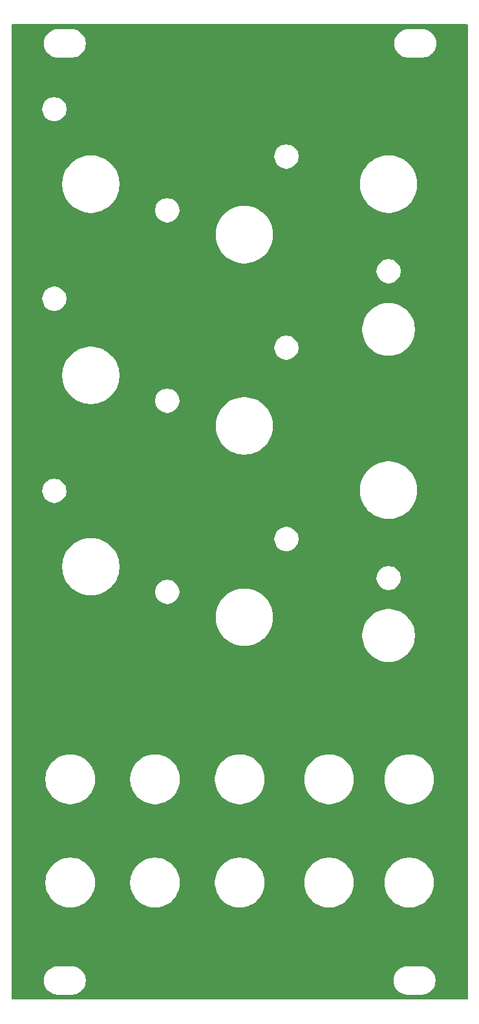
<source format=gbr>
%TF.GenerationSoftware,KiCad,Pcbnew,8.0.3*%
%TF.CreationDate,2024-06-18T16:49:18+01:00*%
%TF.ProjectId,Sinosaur_Panel,53696e6f-7361-4757-925f-50616e656c2e,rev?*%
%TF.SameCoordinates,Original*%
%TF.FileFunction,Copper,L1,Top*%
%TF.FilePolarity,Positive*%
%FSLAX46Y46*%
G04 Gerber Fmt 4.6, Leading zero omitted, Abs format (unit mm)*
G04 Created by KiCad (PCBNEW 8.0.3) date 2024-06-18 16:49:18*
%MOMM*%
%LPD*%
G01*
G04 APERTURE LIST*
G04 APERTURE END LIST*
%TA.AperFunction,NonConductor*%
G36*
X159841621Y-41320502D02*
G01*
X159888114Y-41374158D01*
X159899500Y-41426500D01*
X159899500Y-168673500D01*
X159879498Y-168741621D01*
X159825842Y-168788114D01*
X159773500Y-168799500D01*
X100226500Y-168799500D01*
X100158379Y-168779498D01*
X100111886Y-168725842D01*
X100100500Y-168673500D01*
X100100500Y-166178709D01*
X104349500Y-166178709D01*
X104349500Y-166421290D01*
X104381160Y-166661782D01*
X104443944Y-166896095D01*
X104443945Y-166896097D01*
X104443946Y-166896100D01*
X104536776Y-167120212D01*
X104536777Y-167120213D01*
X104536782Y-167120224D01*
X104658061Y-167330285D01*
X104658063Y-167330288D01*
X104658064Y-167330289D01*
X104805735Y-167522738D01*
X104805739Y-167522742D01*
X104805744Y-167522748D01*
X104977251Y-167694255D01*
X104977256Y-167694259D01*
X104977262Y-167694265D01*
X105169711Y-167841936D01*
X105169714Y-167841938D01*
X105379775Y-167963217D01*
X105379779Y-167963218D01*
X105379788Y-167963224D01*
X105603900Y-168056054D01*
X105838211Y-168118838D01*
X105838215Y-168118838D01*
X105838217Y-168118839D01*
X105900202Y-168126999D01*
X106078712Y-168150500D01*
X106078719Y-168150500D01*
X108121281Y-168150500D01*
X108121288Y-168150500D01*
X108338637Y-168121885D01*
X108361782Y-168118839D01*
X108361782Y-168118838D01*
X108361789Y-168118838D01*
X108596100Y-168056054D01*
X108820212Y-167963224D01*
X109030289Y-167841936D01*
X109222738Y-167694265D01*
X109394265Y-167522738D01*
X109541936Y-167330289D01*
X109663224Y-167120212D01*
X109756054Y-166896100D01*
X109818838Y-166661789D01*
X109850500Y-166421288D01*
X109850500Y-166178712D01*
X109850500Y-166178709D01*
X150149500Y-166178709D01*
X150149500Y-166421290D01*
X150181160Y-166661782D01*
X150243944Y-166896095D01*
X150243945Y-166896097D01*
X150243946Y-166896100D01*
X150336776Y-167120212D01*
X150336777Y-167120213D01*
X150336782Y-167120224D01*
X150458061Y-167330285D01*
X150458063Y-167330288D01*
X150458064Y-167330289D01*
X150605735Y-167522738D01*
X150605739Y-167522742D01*
X150605744Y-167522748D01*
X150777251Y-167694255D01*
X150777256Y-167694259D01*
X150777262Y-167694265D01*
X150969711Y-167841936D01*
X150969714Y-167841938D01*
X151179775Y-167963217D01*
X151179779Y-167963218D01*
X151179788Y-167963224D01*
X151403900Y-168056054D01*
X151638211Y-168118838D01*
X151638215Y-168118838D01*
X151638217Y-168118839D01*
X151700202Y-168126999D01*
X151878712Y-168150500D01*
X151878719Y-168150500D01*
X153921281Y-168150500D01*
X153921288Y-168150500D01*
X154138637Y-168121885D01*
X154161782Y-168118839D01*
X154161782Y-168118838D01*
X154161789Y-168118838D01*
X154396100Y-168056054D01*
X154620212Y-167963224D01*
X154830289Y-167841936D01*
X155022738Y-167694265D01*
X155194265Y-167522738D01*
X155341936Y-167330289D01*
X155463224Y-167120212D01*
X155556054Y-166896100D01*
X155618838Y-166661789D01*
X155650500Y-166421288D01*
X155650500Y-166178712D01*
X155618838Y-165938211D01*
X155556054Y-165703900D01*
X155463224Y-165479788D01*
X155463218Y-165479779D01*
X155463217Y-165479775D01*
X155341938Y-165269714D01*
X155341936Y-165269711D01*
X155194265Y-165077262D01*
X155194259Y-165077256D01*
X155194255Y-165077251D01*
X155022748Y-164905744D01*
X155022742Y-164905739D01*
X155022738Y-164905735D01*
X154830289Y-164758064D01*
X154830288Y-164758063D01*
X154830285Y-164758061D01*
X154620224Y-164636782D01*
X154620216Y-164636778D01*
X154620212Y-164636776D01*
X154396100Y-164543946D01*
X154396097Y-164543945D01*
X154396095Y-164543944D01*
X154161782Y-164481160D01*
X153921290Y-164449500D01*
X153921288Y-164449500D01*
X151878712Y-164449500D01*
X151878709Y-164449500D01*
X151638217Y-164481160D01*
X151403904Y-164543944D01*
X151403900Y-164543946D01*
X151179786Y-164636777D01*
X151179775Y-164636782D01*
X150969714Y-164758061D01*
X150777262Y-164905735D01*
X150777251Y-164905744D01*
X150605744Y-165077251D01*
X150605735Y-165077262D01*
X150458061Y-165269714D01*
X150336782Y-165479775D01*
X150336777Y-165479786D01*
X150243946Y-165703900D01*
X150243944Y-165703904D01*
X150181160Y-165938217D01*
X150149500Y-166178709D01*
X109850500Y-166178709D01*
X109818838Y-165938211D01*
X109756054Y-165703900D01*
X109663224Y-165479788D01*
X109663218Y-165479779D01*
X109663217Y-165479775D01*
X109541938Y-165269714D01*
X109541936Y-165269711D01*
X109394265Y-165077262D01*
X109394259Y-165077256D01*
X109394255Y-165077251D01*
X109222748Y-164905744D01*
X109222742Y-164905739D01*
X109222738Y-164905735D01*
X109030289Y-164758064D01*
X109030288Y-164758063D01*
X109030285Y-164758061D01*
X108820224Y-164636782D01*
X108820216Y-164636778D01*
X108820212Y-164636776D01*
X108596100Y-164543946D01*
X108596097Y-164543945D01*
X108596095Y-164543944D01*
X108361782Y-164481160D01*
X108121290Y-164449500D01*
X108121288Y-164449500D01*
X106078712Y-164449500D01*
X106078709Y-164449500D01*
X105838217Y-164481160D01*
X105603904Y-164543944D01*
X105603900Y-164543946D01*
X105379786Y-164636777D01*
X105379775Y-164636782D01*
X105169714Y-164758061D01*
X104977262Y-164905735D01*
X104977251Y-164905744D01*
X104805744Y-165077251D01*
X104805735Y-165077262D01*
X104658061Y-165269714D01*
X104536782Y-165479775D01*
X104536777Y-165479786D01*
X104443946Y-165703900D01*
X104443944Y-165703904D01*
X104381160Y-165938217D01*
X104349500Y-166178709D01*
X100100500Y-166178709D01*
X100100500Y-153340306D01*
X104549500Y-153340306D01*
X104549500Y-153659693D01*
X104580802Y-153977508D01*
X104580804Y-153977523D01*
X104643111Y-154290760D01*
X104735820Y-154596381D01*
X104735821Y-154596385D01*
X104858039Y-154891444D01*
X105008592Y-155173108D01*
X105186020Y-155438649D01*
X105186031Y-155438664D01*
X105388628Y-155685528D01*
X105388646Y-155685548D01*
X105614451Y-155911353D01*
X105614461Y-155911362D01*
X105614465Y-155911366D01*
X105861344Y-156113975D01*
X106126894Y-156291409D01*
X106408556Y-156441961D01*
X106703619Y-156564180D01*
X107009240Y-156656889D01*
X107322477Y-156719196D01*
X107640313Y-156750500D01*
X107640322Y-156750500D01*
X107959678Y-156750500D01*
X107959687Y-156750500D01*
X108277523Y-156719196D01*
X108590760Y-156656889D01*
X108896381Y-156564180D01*
X109191444Y-156441961D01*
X109473106Y-156291409D01*
X109738656Y-156113975D01*
X109985535Y-155911366D01*
X110211366Y-155685535D01*
X110413975Y-155438656D01*
X110591409Y-155173106D01*
X110741961Y-154891444D01*
X110864180Y-154596381D01*
X110956889Y-154290760D01*
X111019196Y-153977523D01*
X111050500Y-153659687D01*
X111050500Y-153340313D01*
X111050499Y-153340306D01*
X115649500Y-153340306D01*
X115649500Y-153659693D01*
X115680802Y-153977508D01*
X115680804Y-153977523D01*
X115743111Y-154290760D01*
X115835820Y-154596381D01*
X115835821Y-154596385D01*
X115958039Y-154891444D01*
X116108592Y-155173108D01*
X116286020Y-155438649D01*
X116286031Y-155438664D01*
X116488628Y-155685528D01*
X116488646Y-155685548D01*
X116714451Y-155911353D01*
X116714461Y-155911362D01*
X116714465Y-155911366D01*
X116961344Y-156113975D01*
X117226894Y-156291409D01*
X117508556Y-156441961D01*
X117803619Y-156564180D01*
X118109240Y-156656889D01*
X118422477Y-156719196D01*
X118740313Y-156750500D01*
X118740322Y-156750500D01*
X119059678Y-156750500D01*
X119059687Y-156750500D01*
X119377523Y-156719196D01*
X119690760Y-156656889D01*
X119996381Y-156564180D01*
X120291444Y-156441961D01*
X120573106Y-156291409D01*
X120838656Y-156113975D01*
X121085535Y-155911366D01*
X121311366Y-155685535D01*
X121513975Y-155438656D01*
X121691409Y-155173106D01*
X121841961Y-154891444D01*
X121964180Y-154596381D01*
X122056889Y-154290760D01*
X122119196Y-153977523D01*
X122150500Y-153659687D01*
X122150500Y-153340313D01*
X122150499Y-153340306D01*
X126749500Y-153340306D01*
X126749500Y-153659693D01*
X126780802Y-153977508D01*
X126780804Y-153977523D01*
X126843111Y-154290760D01*
X126935820Y-154596381D01*
X126935821Y-154596385D01*
X127058039Y-154891444D01*
X127208592Y-155173108D01*
X127386020Y-155438649D01*
X127386031Y-155438664D01*
X127588628Y-155685528D01*
X127588646Y-155685548D01*
X127814451Y-155911353D01*
X127814461Y-155911362D01*
X127814465Y-155911366D01*
X128061344Y-156113975D01*
X128326894Y-156291409D01*
X128608556Y-156441961D01*
X128903619Y-156564180D01*
X129209240Y-156656889D01*
X129522477Y-156719196D01*
X129840313Y-156750500D01*
X129840322Y-156750500D01*
X130159678Y-156750500D01*
X130159687Y-156750500D01*
X130477523Y-156719196D01*
X130790760Y-156656889D01*
X131096381Y-156564180D01*
X131391444Y-156441961D01*
X131673106Y-156291409D01*
X131938656Y-156113975D01*
X132185535Y-155911366D01*
X132411366Y-155685535D01*
X132613975Y-155438656D01*
X132791409Y-155173106D01*
X132941961Y-154891444D01*
X133064180Y-154596381D01*
X133156889Y-154290760D01*
X133219196Y-153977523D01*
X133250500Y-153659687D01*
X133250500Y-153340313D01*
X133250499Y-153340306D01*
X138449500Y-153340306D01*
X138449500Y-153659693D01*
X138480802Y-153977508D01*
X138480804Y-153977523D01*
X138543111Y-154290760D01*
X138635820Y-154596381D01*
X138635821Y-154596385D01*
X138758039Y-154891444D01*
X138908592Y-155173108D01*
X139086020Y-155438649D01*
X139086031Y-155438664D01*
X139288628Y-155685528D01*
X139288646Y-155685548D01*
X139514451Y-155911353D01*
X139514461Y-155911362D01*
X139514465Y-155911366D01*
X139761344Y-156113975D01*
X140026894Y-156291409D01*
X140308556Y-156441961D01*
X140603619Y-156564180D01*
X140909240Y-156656889D01*
X141222477Y-156719196D01*
X141540313Y-156750500D01*
X141540322Y-156750500D01*
X141859678Y-156750500D01*
X141859687Y-156750500D01*
X142177523Y-156719196D01*
X142490760Y-156656889D01*
X142796381Y-156564180D01*
X143091444Y-156441961D01*
X143373106Y-156291409D01*
X143638656Y-156113975D01*
X143885535Y-155911366D01*
X144111366Y-155685535D01*
X144313975Y-155438656D01*
X144491409Y-155173106D01*
X144641961Y-154891444D01*
X144764180Y-154596381D01*
X144856889Y-154290760D01*
X144919196Y-153977523D01*
X144950500Y-153659687D01*
X144950500Y-153340313D01*
X144950499Y-153340306D01*
X148949500Y-153340306D01*
X148949500Y-153659693D01*
X148980802Y-153977508D01*
X148980804Y-153977523D01*
X149043111Y-154290760D01*
X149135820Y-154596381D01*
X149135821Y-154596385D01*
X149258039Y-154891444D01*
X149408592Y-155173108D01*
X149586020Y-155438649D01*
X149586031Y-155438664D01*
X149788628Y-155685528D01*
X149788646Y-155685548D01*
X150014451Y-155911353D01*
X150014461Y-155911362D01*
X150014465Y-155911366D01*
X150261344Y-156113975D01*
X150526894Y-156291409D01*
X150808556Y-156441961D01*
X151103619Y-156564180D01*
X151409240Y-156656889D01*
X151722477Y-156719196D01*
X152040313Y-156750500D01*
X152040322Y-156750500D01*
X152359678Y-156750500D01*
X152359687Y-156750500D01*
X152677523Y-156719196D01*
X152990760Y-156656889D01*
X153296381Y-156564180D01*
X153591444Y-156441961D01*
X153873106Y-156291409D01*
X154138656Y-156113975D01*
X154385535Y-155911366D01*
X154611366Y-155685535D01*
X154813975Y-155438656D01*
X154991409Y-155173106D01*
X155141961Y-154891444D01*
X155264180Y-154596381D01*
X155356889Y-154290760D01*
X155419196Y-153977523D01*
X155450500Y-153659687D01*
X155450500Y-153340313D01*
X155419196Y-153022477D01*
X155356889Y-152709240D01*
X155264180Y-152403619D01*
X155141961Y-152108556D01*
X154991409Y-151826894D01*
X154813975Y-151561344D01*
X154611366Y-151314465D01*
X154611362Y-151314461D01*
X154611353Y-151314451D01*
X154385548Y-151088646D01*
X154385528Y-151088628D01*
X154138664Y-150886031D01*
X154138649Y-150886020D01*
X153873108Y-150708592D01*
X153591444Y-150558039D01*
X153296385Y-150435821D01*
X153296381Y-150435820D01*
X152990760Y-150343111D01*
X152781935Y-150301573D01*
X152677524Y-150280804D01*
X152677508Y-150280802D01*
X152359693Y-150249500D01*
X152359687Y-150249500D01*
X152040313Y-150249500D01*
X152040306Y-150249500D01*
X151722491Y-150280802D01*
X151722475Y-150280804D01*
X151513652Y-150322342D01*
X151409240Y-150343111D01*
X151256429Y-150389465D01*
X151103618Y-150435820D01*
X151103614Y-150435821D01*
X150808555Y-150558039D01*
X150526891Y-150708592D01*
X150261350Y-150886020D01*
X150261335Y-150886031D01*
X150014471Y-151088628D01*
X150014451Y-151088646D01*
X149788646Y-151314451D01*
X149788628Y-151314471D01*
X149586031Y-151561335D01*
X149586020Y-151561350D01*
X149408592Y-151826891D01*
X149258039Y-152108555D01*
X149135821Y-152403614D01*
X149135820Y-152403618D01*
X149043111Y-152709241D01*
X148980804Y-153022475D01*
X148980802Y-153022491D01*
X148949500Y-153340306D01*
X144950499Y-153340306D01*
X144919196Y-153022477D01*
X144856889Y-152709240D01*
X144764180Y-152403619D01*
X144641961Y-152108556D01*
X144491409Y-151826894D01*
X144313975Y-151561344D01*
X144111366Y-151314465D01*
X144111362Y-151314461D01*
X144111353Y-151314451D01*
X143885548Y-151088646D01*
X143885528Y-151088628D01*
X143638664Y-150886031D01*
X143638649Y-150886020D01*
X143373108Y-150708592D01*
X143091444Y-150558039D01*
X142796385Y-150435821D01*
X142796381Y-150435820D01*
X142490760Y-150343111D01*
X142281935Y-150301573D01*
X142177524Y-150280804D01*
X142177508Y-150280802D01*
X141859693Y-150249500D01*
X141859687Y-150249500D01*
X141540313Y-150249500D01*
X141540306Y-150249500D01*
X141222491Y-150280802D01*
X141222475Y-150280804D01*
X141013652Y-150322342D01*
X140909240Y-150343111D01*
X140756429Y-150389465D01*
X140603618Y-150435820D01*
X140603614Y-150435821D01*
X140308555Y-150558039D01*
X140026891Y-150708592D01*
X139761350Y-150886020D01*
X139761335Y-150886031D01*
X139514471Y-151088628D01*
X139514451Y-151088646D01*
X139288646Y-151314451D01*
X139288628Y-151314471D01*
X139086031Y-151561335D01*
X139086020Y-151561350D01*
X138908592Y-151826891D01*
X138758039Y-152108555D01*
X138635821Y-152403614D01*
X138635820Y-152403618D01*
X138543111Y-152709241D01*
X138480804Y-153022475D01*
X138480802Y-153022491D01*
X138449500Y-153340306D01*
X133250499Y-153340306D01*
X133219196Y-153022477D01*
X133156889Y-152709240D01*
X133064180Y-152403619D01*
X132941961Y-152108556D01*
X132791409Y-151826894D01*
X132613975Y-151561344D01*
X132411366Y-151314465D01*
X132411362Y-151314461D01*
X132411353Y-151314451D01*
X132185548Y-151088646D01*
X132185528Y-151088628D01*
X131938664Y-150886031D01*
X131938649Y-150886020D01*
X131673108Y-150708592D01*
X131391444Y-150558039D01*
X131096385Y-150435821D01*
X131096381Y-150435820D01*
X130790760Y-150343111D01*
X130581935Y-150301573D01*
X130477524Y-150280804D01*
X130477508Y-150280802D01*
X130159693Y-150249500D01*
X130159687Y-150249500D01*
X129840313Y-150249500D01*
X129840306Y-150249500D01*
X129522491Y-150280802D01*
X129522475Y-150280804D01*
X129313652Y-150322342D01*
X129209240Y-150343111D01*
X129056429Y-150389465D01*
X128903618Y-150435820D01*
X128903614Y-150435821D01*
X128608555Y-150558039D01*
X128326891Y-150708592D01*
X128061350Y-150886020D01*
X128061335Y-150886031D01*
X127814471Y-151088628D01*
X127814451Y-151088646D01*
X127588646Y-151314451D01*
X127588628Y-151314471D01*
X127386031Y-151561335D01*
X127386020Y-151561350D01*
X127208592Y-151826891D01*
X127058039Y-152108555D01*
X126935821Y-152403614D01*
X126935820Y-152403618D01*
X126843111Y-152709241D01*
X126780804Y-153022475D01*
X126780802Y-153022491D01*
X126749500Y-153340306D01*
X122150499Y-153340306D01*
X122119196Y-153022477D01*
X122056889Y-152709240D01*
X121964180Y-152403619D01*
X121841961Y-152108556D01*
X121691409Y-151826894D01*
X121513975Y-151561344D01*
X121311366Y-151314465D01*
X121311362Y-151314461D01*
X121311353Y-151314451D01*
X121085548Y-151088646D01*
X121085528Y-151088628D01*
X120838664Y-150886031D01*
X120838649Y-150886020D01*
X120573108Y-150708592D01*
X120291444Y-150558039D01*
X119996385Y-150435821D01*
X119996381Y-150435820D01*
X119690760Y-150343111D01*
X119481935Y-150301573D01*
X119377524Y-150280804D01*
X119377508Y-150280802D01*
X119059693Y-150249500D01*
X119059687Y-150249500D01*
X118740313Y-150249500D01*
X118740306Y-150249500D01*
X118422491Y-150280802D01*
X118422475Y-150280804D01*
X118213652Y-150322342D01*
X118109240Y-150343111D01*
X117956429Y-150389465D01*
X117803618Y-150435820D01*
X117803614Y-150435821D01*
X117508555Y-150558039D01*
X117226891Y-150708592D01*
X116961350Y-150886020D01*
X116961335Y-150886031D01*
X116714471Y-151088628D01*
X116714451Y-151088646D01*
X116488646Y-151314451D01*
X116488628Y-151314471D01*
X116286031Y-151561335D01*
X116286020Y-151561350D01*
X116108592Y-151826891D01*
X115958039Y-152108555D01*
X115835821Y-152403614D01*
X115835820Y-152403618D01*
X115743111Y-152709241D01*
X115680804Y-153022475D01*
X115680802Y-153022491D01*
X115649500Y-153340306D01*
X111050499Y-153340306D01*
X111019196Y-153022477D01*
X110956889Y-152709240D01*
X110864180Y-152403619D01*
X110741961Y-152108556D01*
X110591409Y-151826894D01*
X110413975Y-151561344D01*
X110211366Y-151314465D01*
X110211362Y-151314461D01*
X110211353Y-151314451D01*
X109985548Y-151088646D01*
X109985528Y-151088628D01*
X109738664Y-150886031D01*
X109738649Y-150886020D01*
X109473108Y-150708592D01*
X109191444Y-150558039D01*
X108896385Y-150435821D01*
X108896381Y-150435820D01*
X108590760Y-150343111D01*
X108381935Y-150301573D01*
X108277524Y-150280804D01*
X108277508Y-150280802D01*
X107959693Y-150249500D01*
X107959687Y-150249500D01*
X107640313Y-150249500D01*
X107640306Y-150249500D01*
X107322491Y-150280802D01*
X107322475Y-150280804D01*
X107113652Y-150322342D01*
X107009240Y-150343111D01*
X106856429Y-150389465D01*
X106703618Y-150435820D01*
X106703614Y-150435821D01*
X106408555Y-150558039D01*
X106126891Y-150708592D01*
X105861350Y-150886020D01*
X105861335Y-150886031D01*
X105614471Y-151088628D01*
X105614451Y-151088646D01*
X105388646Y-151314451D01*
X105388628Y-151314471D01*
X105186031Y-151561335D01*
X105186020Y-151561350D01*
X105008592Y-151826891D01*
X104858039Y-152108555D01*
X104735821Y-152403614D01*
X104735820Y-152403618D01*
X104643111Y-152709241D01*
X104580804Y-153022475D01*
X104580802Y-153022491D01*
X104549500Y-153340306D01*
X100100500Y-153340306D01*
X100100500Y-139840306D01*
X104549500Y-139840306D01*
X104549500Y-140159693D01*
X104580802Y-140477508D01*
X104580804Y-140477523D01*
X104643111Y-140790760D01*
X104735820Y-141096381D01*
X104735821Y-141096385D01*
X104858039Y-141391444D01*
X105008592Y-141673108D01*
X105186020Y-141938649D01*
X105186031Y-141938664D01*
X105388628Y-142185528D01*
X105388646Y-142185548D01*
X105614451Y-142411353D01*
X105614461Y-142411362D01*
X105614465Y-142411366D01*
X105861344Y-142613975D01*
X106126894Y-142791409D01*
X106408556Y-142941961D01*
X106703619Y-143064180D01*
X107009240Y-143156889D01*
X107322477Y-143219196D01*
X107640313Y-143250500D01*
X107640322Y-143250500D01*
X107959678Y-143250500D01*
X107959687Y-143250500D01*
X108277523Y-143219196D01*
X108590760Y-143156889D01*
X108896381Y-143064180D01*
X109191444Y-142941961D01*
X109473106Y-142791409D01*
X109738656Y-142613975D01*
X109985535Y-142411366D01*
X110211366Y-142185535D01*
X110413975Y-141938656D01*
X110591409Y-141673106D01*
X110741961Y-141391444D01*
X110864180Y-141096381D01*
X110956889Y-140790760D01*
X111019196Y-140477523D01*
X111050500Y-140159687D01*
X111050500Y-139840313D01*
X111050499Y-139840306D01*
X115649500Y-139840306D01*
X115649500Y-140159693D01*
X115680802Y-140477508D01*
X115680804Y-140477523D01*
X115743111Y-140790760D01*
X115835820Y-141096381D01*
X115835821Y-141096385D01*
X115958039Y-141391444D01*
X116108592Y-141673108D01*
X116286020Y-141938649D01*
X116286031Y-141938664D01*
X116488628Y-142185528D01*
X116488646Y-142185548D01*
X116714451Y-142411353D01*
X116714461Y-142411362D01*
X116714465Y-142411366D01*
X116961344Y-142613975D01*
X117226894Y-142791409D01*
X117508556Y-142941961D01*
X117803619Y-143064180D01*
X118109240Y-143156889D01*
X118422477Y-143219196D01*
X118740313Y-143250500D01*
X118740322Y-143250500D01*
X119059678Y-143250500D01*
X119059687Y-143250500D01*
X119377523Y-143219196D01*
X119690760Y-143156889D01*
X119996381Y-143064180D01*
X120291444Y-142941961D01*
X120573106Y-142791409D01*
X120838656Y-142613975D01*
X121085535Y-142411366D01*
X121311366Y-142185535D01*
X121513975Y-141938656D01*
X121691409Y-141673106D01*
X121841961Y-141391444D01*
X121964180Y-141096381D01*
X122056889Y-140790760D01*
X122119196Y-140477523D01*
X122150500Y-140159687D01*
X122150500Y-139840313D01*
X122150499Y-139840306D01*
X126749500Y-139840306D01*
X126749500Y-140159693D01*
X126780802Y-140477508D01*
X126780804Y-140477523D01*
X126843111Y-140790760D01*
X126935820Y-141096381D01*
X126935821Y-141096385D01*
X127058039Y-141391444D01*
X127208592Y-141673108D01*
X127386020Y-141938649D01*
X127386031Y-141938664D01*
X127588628Y-142185528D01*
X127588646Y-142185548D01*
X127814451Y-142411353D01*
X127814461Y-142411362D01*
X127814465Y-142411366D01*
X128061344Y-142613975D01*
X128326894Y-142791409D01*
X128608556Y-142941961D01*
X128903619Y-143064180D01*
X129209240Y-143156889D01*
X129522477Y-143219196D01*
X129840313Y-143250500D01*
X129840322Y-143250500D01*
X130159678Y-143250500D01*
X130159687Y-143250500D01*
X130477523Y-143219196D01*
X130790760Y-143156889D01*
X131096381Y-143064180D01*
X131391444Y-142941961D01*
X131673106Y-142791409D01*
X131938656Y-142613975D01*
X132185535Y-142411366D01*
X132411366Y-142185535D01*
X132613975Y-141938656D01*
X132791409Y-141673106D01*
X132941961Y-141391444D01*
X133064180Y-141096381D01*
X133156889Y-140790760D01*
X133219196Y-140477523D01*
X133250500Y-140159687D01*
X133250500Y-139840313D01*
X133250499Y-139840306D01*
X138449500Y-139840306D01*
X138449500Y-140159693D01*
X138480802Y-140477508D01*
X138480804Y-140477523D01*
X138543111Y-140790760D01*
X138635820Y-141096381D01*
X138635821Y-141096385D01*
X138758039Y-141391444D01*
X138908592Y-141673108D01*
X139086020Y-141938649D01*
X139086031Y-141938664D01*
X139288628Y-142185528D01*
X139288646Y-142185548D01*
X139514451Y-142411353D01*
X139514461Y-142411362D01*
X139514465Y-142411366D01*
X139761344Y-142613975D01*
X140026894Y-142791409D01*
X140308556Y-142941961D01*
X140603619Y-143064180D01*
X140909240Y-143156889D01*
X141222477Y-143219196D01*
X141540313Y-143250500D01*
X141540322Y-143250500D01*
X141859678Y-143250500D01*
X141859687Y-143250500D01*
X142177523Y-143219196D01*
X142490760Y-143156889D01*
X142796381Y-143064180D01*
X143091444Y-142941961D01*
X143373106Y-142791409D01*
X143638656Y-142613975D01*
X143885535Y-142411366D01*
X144111366Y-142185535D01*
X144313975Y-141938656D01*
X144491409Y-141673106D01*
X144641961Y-141391444D01*
X144764180Y-141096381D01*
X144856889Y-140790760D01*
X144919196Y-140477523D01*
X144950500Y-140159687D01*
X144950500Y-139840313D01*
X144950499Y-139840306D01*
X148949500Y-139840306D01*
X148949500Y-140159693D01*
X148980802Y-140477508D01*
X148980804Y-140477523D01*
X149043111Y-140790760D01*
X149135820Y-141096381D01*
X149135821Y-141096385D01*
X149258039Y-141391444D01*
X149408592Y-141673108D01*
X149586020Y-141938649D01*
X149586031Y-141938664D01*
X149788628Y-142185528D01*
X149788646Y-142185548D01*
X150014451Y-142411353D01*
X150014461Y-142411362D01*
X150014465Y-142411366D01*
X150261344Y-142613975D01*
X150526894Y-142791409D01*
X150808556Y-142941961D01*
X151103619Y-143064180D01*
X151409240Y-143156889D01*
X151722477Y-143219196D01*
X152040313Y-143250500D01*
X152040322Y-143250500D01*
X152359678Y-143250500D01*
X152359687Y-143250500D01*
X152677523Y-143219196D01*
X152990760Y-143156889D01*
X153296381Y-143064180D01*
X153591444Y-142941961D01*
X153873106Y-142791409D01*
X154138656Y-142613975D01*
X154385535Y-142411366D01*
X154611366Y-142185535D01*
X154813975Y-141938656D01*
X154991409Y-141673106D01*
X155141961Y-141391444D01*
X155264180Y-141096381D01*
X155356889Y-140790760D01*
X155419196Y-140477523D01*
X155450500Y-140159687D01*
X155450500Y-139840313D01*
X155419196Y-139522477D01*
X155356889Y-139209240D01*
X155264180Y-138903619D01*
X155141961Y-138608556D01*
X154991409Y-138326894D01*
X154813975Y-138061344D01*
X154611366Y-137814465D01*
X154611362Y-137814461D01*
X154611353Y-137814451D01*
X154385548Y-137588646D01*
X154385528Y-137588628D01*
X154138664Y-137386031D01*
X154138649Y-137386020D01*
X153873108Y-137208592D01*
X153591444Y-137058039D01*
X153296385Y-136935821D01*
X153296381Y-136935820D01*
X152990760Y-136843111D01*
X152781935Y-136801573D01*
X152677524Y-136780804D01*
X152677508Y-136780802D01*
X152359693Y-136749500D01*
X152359687Y-136749500D01*
X152040313Y-136749500D01*
X152040306Y-136749500D01*
X151722491Y-136780802D01*
X151722475Y-136780804D01*
X151513652Y-136822342D01*
X151409240Y-136843111D01*
X151256429Y-136889465D01*
X151103618Y-136935820D01*
X151103614Y-136935821D01*
X150808555Y-137058039D01*
X150526891Y-137208592D01*
X150261350Y-137386020D01*
X150261335Y-137386031D01*
X150014471Y-137588628D01*
X150014451Y-137588646D01*
X149788646Y-137814451D01*
X149788628Y-137814471D01*
X149586031Y-138061335D01*
X149586020Y-138061350D01*
X149408592Y-138326891D01*
X149258039Y-138608555D01*
X149135821Y-138903614D01*
X149135820Y-138903618D01*
X149043111Y-139209241D01*
X148980804Y-139522475D01*
X148980802Y-139522491D01*
X148949500Y-139840306D01*
X144950499Y-139840306D01*
X144919196Y-139522477D01*
X144856889Y-139209240D01*
X144764180Y-138903619D01*
X144641961Y-138608556D01*
X144491409Y-138326894D01*
X144313975Y-138061344D01*
X144111366Y-137814465D01*
X144111362Y-137814461D01*
X144111353Y-137814451D01*
X143885548Y-137588646D01*
X143885528Y-137588628D01*
X143638664Y-137386031D01*
X143638649Y-137386020D01*
X143373108Y-137208592D01*
X143091444Y-137058039D01*
X142796385Y-136935821D01*
X142796381Y-136935820D01*
X142490760Y-136843111D01*
X142281935Y-136801573D01*
X142177524Y-136780804D01*
X142177508Y-136780802D01*
X141859693Y-136749500D01*
X141859687Y-136749500D01*
X141540313Y-136749500D01*
X141540306Y-136749500D01*
X141222491Y-136780802D01*
X141222475Y-136780804D01*
X141013652Y-136822342D01*
X140909240Y-136843111D01*
X140756429Y-136889465D01*
X140603618Y-136935820D01*
X140603614Y-136935821D01*
X140308555Y-137058039D01*
X140026891Y-137208592D01*
X139761350Y-137386020D01*
X139761335Y-137386031D01*
X139514471Y-137588628D01*
X139514451Y-137588646D01*
X139288646Y-137814451D01*
X139288628Y-137814471D01*
X139086031Y-138061335D01*
X139086020Y-138061350D01*
X138908592Y-138326891D01*
X138758039Y-138608555D01*
X138635821Y-138903614D01*
X138635820Y-138903618D01*
X138543111Y-139209241D01*
X138480804Y-139522475D01*
X138480802Y-139522491D01*
X138449500Y-139840306D01*
X133250499Y-139840306D01*
X133219196Y-139522477D01*
X133156889Y-139209240D01*
X133064180Y-138903619D01*
X132941961Y-138608556D01*
X132791409Y-138326894D01*
X132613975Y-138061344D01*
X132411366Y-137814465D01*
X132411362Y-137814461D01*
X132411353Y-137814451D01*
X132185548Y-137588646D01*
X132185528Y-137588628D01*
X131938664Y-137386031D01*
X131938649Y-137386020D01*
X131673108Y-137208592D01*
X131391444Y-137058039D01*
X131096385Y-136935821D01*
X131096381Y-136935820D01*
X130790760Y-136843111D01*
X130581935Y-136801573D01*
X130477524Y-136780804D01*
X130477508Y-136780802D01*
X130159693Y-136749500D01*
X130159687Y-136749500D01*
X129840313Y-136749500D01*
X129840306Y-136749500D01*
X129522491Y-136780802D01*
X129522475Y-136780804D01*
X129313652Y-136822342D01*
X129209240Y-136843111D01*
X129056429Y-136889465D01*
X128903618Y-136935820D01*
X128903614Y-136935821D01*
X128608555Y-137058039D01*
X128326891Y-137208592D01*
X128061350Y-137386020D01*
X128061335Y-137386031D01*
X127814471Y-137588628D01*
X127814451Y-137588646D01*
X127588646Y-137814451D01*
X127588628Y-137814471D01*
X127386031Y-138061335D01*
X127386020Y-138061350D01*
X127208592Y-138326891D01*
X127058039Y-138608555D01*
X126935821Y-138903614D01*
X126935820Y-138903618D01*
X126843111Y-139209241D01*
X126780804Y-139522475D01*
X126780802Y-139522491D01*
X126749500Y-139840306D01*
X122150499Y-139840306D01*
X122119196Y-139522477D01*
X122056889Y-139209240D01*
X121964180Y-138903619D01*
X121841961Y-138608556D01*
X121691409Y-138326894D01*
X121513975Y-138061344D01*
X121311366Y-137814465D01*
X121311362Y-137814461D01*
X121311353Y-137814451D01*
X121085548Y-137588646D01*
X121085528Y-137588628D01*
X120838664Y-137386031D01*
X120838649Y-137386020D01*
X120573108Y-137208592D01*
X120291444Y-137058039D01*
X119996385Y-136935821D01*
X119996381Y-136935820D01*
X119690760Y-136843111D01*
X119481935Y-136801573D01*
X119377524Y-136780804D01*
X119377508Y-136780802D01*
X119059693Y-136749500D01*
X119059687Y-136749500D01*
X118740313Y-136749500D01*
X118740306Y-136749500D01*
X118422491Y-136780802D01*
X118422475Y-136780804D01*
X118213652Y-136822342D01*
X118109240Y-136843111D01*
X117956429Y-136889465D01*
X117803618Y-136935820D01*
X117803614Y-136935821D01*
X117508555Y-137058039D01*
X117226891Y-137208592D01*
X116961350Y-137386020D01*
X116961335Y-137386031D01*
X116714471Y-137588628D01*
X116714451Y-137588646D01*
X116488646Y-137814451D01*
X116488628Y-137814471D01*
X116286031Y-138061335D01*
X116286020Y-138061350D01*
X116108592Y-138326891D01*
X115958039Y-138608555D01*
X115835821Y-138903614D01*
X115835820Y-138903618D01*
X115743111Y-139209241D01*
X115680804Y-139522475D01*
X115680802Y-139522491D01*
X115649500Y-139840306D01*
X111050499Y-139840306D01*
X111019196Y-139522477D01*
X110956889Y-139209240D01*
X110864180Y-138903619D01*
X110741961Y-138608556D01*
X110591409Y-138326894D01*
X110413975Y-138061344D01*
X110211366Y-137814465D01*
X110211362Y-137814461D01*
X110211353Y-137814451D01*
X109985548Y-137588646D01*
X109985528Y-137588628D01*
X109738664Y-137386031D01*
X109738649Y-137386020D01*
X109473108Y-137208592D01*
X109191444Y-137058039D01*
X108896385Y-136935821D01*
X108896381Y-136935820D01*
X108590760Y-136843111D01*
X108381935Y-136801573D01*
X108277524Y-136780804D01*
X108277508Y-136780802D01*
X107959693Y-136749500D01*
X107959687Y-136749500D01*
X107640313Y-136749500D01*
X107640306Y-136749500D01*
X107322491Y-136780802D01*
X107322475Y-136780804D01*
X107113652Y-136822342D01*
X107009240Y-136843111D01*
X106856429Y-136889465D01*
X106703618Y-136935820D01*
X106703614Y-136935821D01*
X106408555Y-137058039D01*
X106126891Y-137208592D01*
X105861350Y-137386020D01*
X105861335Y-137386031D01*
X105614471Y-137588628D01*
X105614451Y-137588646D01*
X105388646Y-137814451D01*
X105388628Y-137814471D01*
X105186031Y-138061335D01*
X105186020Y-138061350D01*
X105008592Y-138326891D01*
X104858039Y-138608555D01*
X104735821Y-138903614D01*
X104735820Y-138903618D01*
X104643111Y-139209241D01*
X104580804Y-139522475D01*
X104580802Y-139522491D01*
X104549500Y-139840306D01*
X100100500Y-139840306D01*
X100100500Y-118615743D01*
X126849500Y-118615743D01*
X126849500Y-118984256D01*
X126885617Y-119350961D01*
X126885620Y-119350981D01*
X126957506Y-119712382D01*
X127064480Y-120065029D01*
X127064481Y-120065033D01*
X127205499Y-120405479D01*
X127379210Y-120730470D01*
X127583932Y-121036858D01*
X127583943Y-121036873D01*
X127817705Y-121321712D01*
X127817723Y-121321732D01*
X128078267Y-121582276D01*
X128078287Y-121582294D01*
X128230124Y-121706904D01*
X128363135Y-121816063D01*
X128669532Y-122020791D01*
X128994521Y-122194501D01*
X129334971Y-122335520D01*
X129687604Y-122442490D01*
X129687613Y-122442491D01*
X129687617Y-122442493D01*
X129810230Y-122466881D01*
X130049024Y-122514381D01*
X130415750Y-122550500D01*
X130415759Y-122550500D01*
X130784241Y-122550500D01*
X130784250Y-122550500D01*
X131150976Y-122514381D01*
X131448660Y-122455167D01*
X131512382Y-122442493D01*
X131512384Y-122442492D01*
X131512396Y-122442490D01*
X131865029Y-122335520D01*
X132205479Y-122194501D01*
X132530468Y-122020791D01*
X132836865Y-121816063D01*
X133121719Y-121582289D01*
X133382289Y-121321719D01*
X133616063Y-121036865D01*
X133620329Y-121030481D01*
X146049500Y-121030481D01*
X146049500Y-121369518D01*
X146082728Y-121706889D01*
X146082730Y-121706905D01*
X146148871Y-122039414D01*
X146247282Y-122363835D01*
X146247285Y-122363844D01*
X146377023Y-122677058D01*
X146536839Y-122976053D01*
X146725185Y-123257932D01*
X146725196Y-123257947D01*
X146940259Y-123520003D01*
X146940277Y-123520022D01*
X147179977Y-123759722D01*
X147179996Y-123759740D01*
X147442052Y-123974803D01*
X147442061Y-123974810D01*
X147723949Y-124163162D01*
X148022942Y-124322977D01*
X148336160Y-124452716D01*
X148660586Y-124551129D01*
X148993096Y-124617270D01*
X149330488Y-124650500D01*
X149330497Y-124650500D01*
X149669503Y-124650500D01*
X149669512Y-124650500D01*
X150006904Y-124617270D01*
X150339414Y-124551129D01*
X150663840Y-124452716D01*
X150977058Y-124322977D01*
X151276051Y-124163162D01*
X151557939Y-123974810D01*
X151820009Y-123759735D01*
X152059735Y-123520009D01*
X152274810Y-123257939D01*
X152463162Y-122976051D01*
X152622977Y-122677058D01*
X152752716Y-122363840D01*
X152851129Y-122039414D01*
X152917270Y-121706904D01*
X152950500Y-121369512D01*
X152950500Y-121030488D01*
X152917270Y-120693096D01*
X152851129Y-120360586D01*
X152752716Y-120036160D01*
X152622977Y-119722942D01*
X152463162Y-119423949D01*
X152274810Y-119142061D01*
X152274803Y-119142052D01*
X152059740Y-118879996D01*
X152059722Y-118879977D01*
X151820022Y-118640277D01*
X151820003Y-118640259D01*
X151557947Y-118425196D01*
X151557932Y-118425185D01*
X151276053Y-118236839D01*
X150977058Y-118077023D01*
X150663844Y-117947285D01*
X150663835Y-117947282D01*
X150339414Y-117848871D01*
X150339415Y-117848871D01*
X150006905Y-117782730D01*
X150006889Y-117782728D01*
X149669518Y-117749500D01*
X149669512Y-117749500D01*
X149330488Y-117749500D01*
X149330481Y-117749500D01*
X148993110Y-117782728D01*
X148993094Y-117782730D01*
X148660585Y-117848871D01*
X148336164Y-117947282D01*
X148336155Y-117947285D01*
X148022941Y-118077023D01*
X147723946Y-118236839D01*
X147442067Y-118425185D01*
X147442052Y-118425196D01*
X147179996Y-118640259D01*
X147179977Y-118640277D01*
X146940277Y-118879977D01*
X146940259Y-118879996D01*
X146725196Y-119142052D01*
X146725185Y-119142067D01*
X146536839Y-119423946D01*
X146377023Y-119722941D01*
X146247285Y-120036155D01*
X146247282Y-120036164D01*
X146148871Y-120360585D01*
X146082730Y-120693094D01*
X146082728Y-120693110D01*
X146049500Y-121030481D01*
X133620329Y-121030481D01*
X133820791Y-120730468D01*
X133994501Y-120405479D01*
X134135520Y-120065029D01*
X134242490Y-119712396D01*
X134314381Y-119350976D01*
X134350500Y-118984250D01*
X134350500Y-118615750D01*
X134314381Y-118249024D01*
X134266881Y-118010230D01*
X134242493Y-117887617D01*
X134242491Y-117887613D01*
X134242490Y-117887604D01*
X134135520Y-117534971D01*
X133994501Y-117194521D01*
X133820791Y-116869532D01*
X133616063Y-116563135D01*
X133382289Y-116278281D01*
X133382285Y-116278277D01*
X133382276Y-116278267D01*
X133121732Y-116017723D01*
X133121712Y-116017705D01*
X132836873Y-115783943D01*
X132836858Y-115783932D01*
X132530470Y-115579210D01*
X132205479Y-115405499D01*
X131865033Y-115264481D01*
X131865029Y-115264480D01*
X131512396Y-115157510D01*
X131512393Y-115157509D01*
X131512382Y-115157506D01*
X131150981Y-115085620D01*
X131150976Y-115085619D01*
X131150971Y-115085618D01*
X131150961Y-115085617D01*
X130784256Y-115049500D01*
X130784250Y-115049500D01*
X130415750Y-115049500D01*
X130415743Y-115049500D01*
X130049038Y-115085617D01*
X130049025Y-115085618D01*
X130049024Y-115085619D01*
X130049021Y-115085619D01*
X130049018Y-115085620D01*
X129687617Y-115157506D01*
X129334970Y-115264480D01*
X129334966Y-115264481D01*
X128994520Y-115405499D01*
X128669529Y-115579210D01*
X128363141Y-115783932D01*
X128363126Y-115783943D01*
X128078287Y-116017705D01*
X128078267Y-116017723D01*
X127817723Y-116278267D01*
X127817705Y-116278287D01*
X127583943Y-116563126D01*
X127583932Y-116563141D01*
X127379210Y-116869529D01*
X127205499Y-117194520D01*
X127064481Y-117534966D01*
X127064480Y-117534970D01*
X126957506Y-117887617D01*
X126885620Y-118249018D01*
X126885617Y-118249038D01*
X126849500Y-118615743D01*
X100100500Y-118615743D01*
X100100500Y-112015743D01*
X106749500Y-112015743D01*
X106749500Y-112384256D01*
X106785617Y-112750961D01*
X106785620Y-112750981D01*
X106857506Y-113112382D01*
X106964480Y-113465029D01*
X106964481Y-113465033D01*
X107105499Y-113805479D01*
X107279210Y-114130470D01*
X107483932Y-114436858D01*
X107483943Y-114436873D01*
X107717705Y-114721712D01*
X107717723Y-114721732D01*
X107978267Y-114982276D01*
X107978287Y-114982294D01*
X108185779Y-115152579D01*
X108263135Y-115216063D01*
X108569532Y-115420791D01*
X108894521Y-115594501D01*
X109234971Y-115735520D01*
X109587604Y-115842490D01*
X109587613Y-115842491D01*
X109587617Y-115842493D01*
X109710230Y-115866881D01*
X109949024Y-115914381D01*
X110315750Y-115950500D01*
X110315759Y-115950500D01*
X110684241Y-115950500D01*
X110684250Y-115950500D01*
X111050976Y-115914381D01*
X111348660Y-115855167D01*
X111412382Y-115842493D01*
X111412384Y-115842492D01*
X111412396Y-115842490D01*
X111765029Y-115735520D01*
X112105479Y-115594501D01*
X112250921Y-115516761D01*
X118899999Y-115516761D01*
X119043025Y-116108490D01*
X119043025Y-116108491D01*
X119043026Y-116108492D01*
X119368617Y-116648145D01*
X119908933Y-116974421D01*
X120500000Y-117116762D01*
X121133527Y-116974406D01*
X121632199Y-116648961D01*
X122000523Y-116108940D01*
X122100000Y-115516762D01*
X121999441Y-114883905D01*
X121630809Y-114385953D01*
X121626396Y-114382696D01*
X121133224Y-114018725D01*
X120974917Y-113993234D01*
X120499999Y-113916762D01*
X120499997Y-113916762D01*
X120499996Y-113916762D01*
X119908938Y-114017991D01*
X119908937Y-114017992D01*
X119365934Y-114382695D01*
X119365931Y-114382699D01*
X119039506Y-114882444D01*
X119039504Y-114882448D01*
X118899999Y-115516761D01*
X112250921Y-115516761D01*
X112430468Y-115420791D01*
X112736865Y-115216063D01*
X113021719Y-114982289D01*
X113282289Y-114721719D01*
X113516063Y-114436865D01*
X113720791Y-114130468D01*
X113894501Y-113805479D01*
X113940289Y-113694936D01*
X147899999Y-113694936D01*
X148043025Y-114286665D01*
X148043025Y-114286666D01*
X148043026Y-114286667D01*
X148368617Y-114826320D01*
X148908933Y-115152596D01*
X149500000Y-115294937D01*
X150133527Y-115152581D01*
X150632199Y-114827136D01*
X151000523Y-114287115D01*
X151100000Y-113694937D01*
X150999441Y-113062080D01*
X150630809Y-112564128D01*
X150626396Y-112560871D01*
X150133224Y-112196900D01*
X149974917Y-112171409D01*
X149499999Y-112094937D01*
X149499997Y-112094937D01*
X149499996Y-112094937D01*
X148908938Y-112196166D01*
X148908937Y-112196167D01*
X148365934Y-112560870D01*
X148365931Y-112560874D01*
X148039506Y-113060619D01*
X148039504Y-113060623D01*
X147899999Y-113694936D01*
X113940289Y-113694936D01*
X114035520Y-113465029D01*
X114142490Y-113112396D01*
X114152499Y-113062080D01*
X114155167Y-113048660D01*
X114214381Y-112750976D01*
X114250500Y-112384250D01*
X114250500Y-112015750D01*
X114214381Y-111649024D01*
X114142490Y-111287604D01*
X114035520Y-110934971D01*
X113894501Y-110594521D01*
X113720791Y-110269532D01*
X113516063Y-109963135D01*
X113326538Y-109732199D01*
X113282294Y-109678287D01*
X113282276Y-109678267D01*
X113021732Y-109417723D01*
X113021712Y-109417705D01*
X112736873Y-109183943D01*
X112736858Y-109183932D01*
X112430470Y-108979210D01*
X112105479Y-108805499D01*
X111765033Y-108664481D01*
X111765029Y-108664480D01*
X111552464Y-108599999D01*
X134499999Y-108599999D01*
X134643025Y-109191728D01*
X134643025Y-109191729D01*
X134643026Y-109191730D01*
X134968617Y-109731383D01*
X135508933Y-110057659D01*
X136100000Y-110200000D01*
X136733527Y-110057644D01*
X137232199Y-109732199D01*
X137600523Y-109192178D01*
X137700000Y-108600000D01*
X137599441Y-107967143D01*
X137230809Y-107469191D01*
X137226396Y-107465934D01*
X136733224Y-107101963D01*
X136574917Y-107076472D01*
X136099999Y-107000000D01*
X136099997Y-107000000D01*
X136099996Y-107000000D01*
X135508938Y-107101229D01*
X135508937Y-107101230D01*
X134965934Y-107465933D01*
X134965931Y-107465937D01*
X134639506Y-107965682D01*
X134639504Y-107965686D01*
X134499999Y-108599999D01*
X111552464Y-108599999D01*
X111412396Y-108557510D01*
X111412393Y-108557509D01*
X111412382Y-108557506D01*
X111050981Y-108485620D01*
X111050976Y-108485619D01*
X111050971Y-108485618D01*
X111050961Y-108485617D01*
X110684256Y-108449500D01*
X110684250Y-108449500D01*
X110315750Y-108449500D01*
X110315743Y-108449500D01*
X109949038Y-108485617D01*
X109949025Y-108485618D01*
X109949024Y-108485619D01*
X109949021Y-108485619D01*
X109949018Y-108485620D01*
X109587617Y-108557506D01*
X109234970Y-108664480D01*
X109234966Y-108664481D01*
X108894520Y-108805499D01*
X108569529Y-108979210D01*
X108263141Y-109183932D01*
X108263126Y-109183943D01*
X107978287Y-109417705D01*
X107978267Y-109417723D01*
X107717723Y-109678267D01*
X107717705Y-109678287D01*
X107483943Y-109963126D01*
X107483932Y-109963141D01*
X107279210Y-110269529D01*
X107105499Y-110594520D01*
X106964481Y-110934966D01*
X106964480Y-110934970D01*
X106857506Y-111287617D01*
X106785620Y-111649018D01*
X106785617Y-111649038D01*
X106749500Y-112015743D01*
X100100500Y-112015743D01*
X100100500Y-102299999D01*
X104102774Y-102299999D01*
X104245800Y-102891728D01*
X104245800Y-102891729D01*
X104245801Y-102891730D01*
X104571392Y-103431383D01*
X105111708Y-103757659D01*
X105702775Y-103900000D01*
X106336302Y-103757644D01*
X106834974Y-103432199D01*
X107203298Y-102892178D01*
X107302775Y-102300000D01*
X107257607Y-102015743D01*
X145749500Y-102015743D01*
X145749500Y-102384256D01*
X145785617Y-102750961D01*
X145785620Y-102750981D01*
X145857506Y-103112382D01*
X145964480Y-103465029D01*
X145964481Y-103465033D01*
X146105499Y-103805479D01*
X146279210Y-104130470D01*
X146483932Y-104436858D01*
X146483943Y-104436873D01*
X146717705Y-104721712D01*
X146717723Y-104721732D01*
X146978267Y-104982276D01*
X146978277Y-104982285D01*
X146978281Y-104982289D01*
X147263135Y-105216063D01*
X147569532Y-105420791D01*
X147894521Y-105594501D01*
X148234971Y-105735520D01*
X148587604Y-105842490D01*
X148587613Y-105842491D01*
X148587617Y-105842493D01*
X148710230Y-105866881D01*
X148949024Y-105914381D01*
X149315750Y-105950500D01*
X149315759Y-105950500D01*
X149684241Y-105950500D01*
X149684250Y-105950500D01*
X150050976Y-105914381D01*
X150348660Y-105855167D01*
X150412382Y-105842493D01*
X150412384Y-105842492D01*
X150412396Y-105842490D01*
X150765029Y-105735520D01*
X151105479Y-105594501D01*
X151430468Y-105420791D01*
X151736865Y-105216063D01*
X152021719Y-104982289D01*
X152282289Y-104721719D01*
X152516063Y-104436865D01*
X152720791Y-104130468D01*
X152894501Y-103805479D01*
X153035520Y-103465029D01*
X153142490Y-103112396D01*
X153214381Y-102750976D01*
X153250500Y-102384250D01*
X153250500Y-102015750D01*
X153214381Y-101649024D01*
X153142490Y-101287604D01*
X153035520Y-100934971D01*
X152894501Y-100594521D01*
X152720791Y-100269532D01*
X152516063Y-99963135D01*
X152282289Y-99678281D01*
X152282285Y-99678277D01*
X152282276Y-99678267D01*
X152021732Y-99417723D01*
X152021712Y-99417705D01*
X151736873Y-99183943D01*
X151736858Y-99183932D01*
X151430470Y-98979210D01*
X151105479Y-98805499D01*
X150765033Y-98664481D01*
X150765029Y-98664480D01*
X150412396Y-98557510D01*
X150412393Y-98557509D01*
X150412382Y-98557506D01*
X150050981Y-98485620D01*
X150050976Y-98485619D01*
X150050971Y-98485618D01*
X150050961Y-98485617D01*
X149684256Y-98449500D01*
X149684250Y-98449500D01*
X149315750Y-98449500D01*
X149315743Y-98449500D01*
X148949038Y-98485617D01*
X148949025Y-98485618D01*
X148949024Y-98485619D01*
X148949021Y-98485619D01*
X148949018Y-98485620D01*
X148587617Y-98557506D01*
X148234970Y-98664480D01*
X148234966Y-98664481D01*
X147894520Y-98805499D01*
X147569529Y-98979210D01*
X147263141Y-99183932D01*
X147263126Y-99183943D01*
X146978287Y-99417705D01*
X146978267Y-99417723D01*
X146717723Y-99678267D01*
X146717705Y-99678287D01*
X146483943Y-99963126D01*
X146483932Y-99963141D01*
X146279210Y-100269529D01*
X146105499Y-100594520D01*
X145964481Y-100934966D01*
X145964480Y-100934970D01*
X145857506Y-101287617D01*
X145785620Y-101649018D01*
X145785617Y-101649038D01*
X145749500Y-102015743D01*
X107257607Y-102015743D01*
X107202216Y-101667143D01*
X106833584Y-101169191D01*
X106829171Y-101165934D01*
X106335999Y-100801963D01*
X106177692Y-100776472D01*
X105702774Y-100700000D01*
X105702772Y-100700000D01*
X105702771Y-100700000D01*
X105111713Y-100801229D01*
X105111712Y-100801230D01*
X104568709Y-101165933D01*
X104568706Y-101165937D01*
X104242281Y-101665682D01*
X104242279Y-101665686D01*
X104102774Y-102299999D01*
X100100500Y-102299999D01*
X100100500Y-93615743D01*
X126849500Y-93615743D01*
X126849500Y-93984256D01*
X126885617Y-94350961D01*
X126885620Y-94350981D01*
X126957506Y-94712382D01*
X127064480Y-95065029D01*
X127064481Y-95065033D01*
X127205499Y-95405479D01*
X127379210Y-95730470D01*
X127583932Y-96036858D01*
X127583943Y-96036873D01*
X127817705Y-96321712D01*
X127817723Y-96321732D01*
X128078267Y-96582276D01*
X128078277Y-96582285D01*
X128078281Y-96582289D01*
X128363135Y-96816063D01*
X128669532Y-97020791D01*
X128994521Y-97194501D01*
X129334971Y-97335520D01*
X129687604Y-97442490D01*
X129687613Y-97442491D01*
X129687617Y-97442493D01*
X129810230Y-97466881D01*
X130049024Y-97514381D01*
X130415750Y-97550500D01*
X130415759Y-97550500D01*
X130784241Y-97550500D01*
X130784250Y-97550500D01*
X131150976Y-97514381D01*
X131448660Y-97455167D01*
X131512382Y-97442493D01*
X131512384Y-97442492D01*
X131512396Y-97442490D01*
X131865029Y-97335520D01*
X132205479Y-97194501D01*
X132530468Y-97020791D01*
X132836865Y-96816063D01*
X133121719Y-96582289D01*
X133382289Y-96321719D01*
X133616063Y-96036865D01*
X133820791Y-95730468D01*
X133994501Y-95405479D01*
X134135520Y-95065029D01*
X134242490Y-94712396D01*
X134314381Y-94350976D01*
X134350500Y-93984250D01*
X134350500Y-93615750D01*
X134314381Y-93249024D01*
X134242490Y-92887604D01*
X134135520Y-92534971D01*
X133994501Y-92194521D01*
X133820791Y-91869532D01*
X133616063Y-91563135D01*
X133382289Y-91278281D01*
X133382285Y-91278277D01*
X133382276Y-91278267D01*
X133121732Y-91017723D01*
X133121712Y-91017705D01*
X132836873Y-90783943D01*
X132836858Y-90783932D01*
X132530470Y-90579210D01*
X132205479Y-90405499D01*
X131865033Y-90264481D01*
X131865029Y-90264480D01*
X131512396Y-90157510D01*
X131512393Y-90157509D01*
X131512382Y-90157506D01*
X131150981Y-90085620D01*
X131150976Y-90085619D01*
X131150971Y-90085618D01*
X131150961Y-90085617D01*
X130784256Y-90049500D01*
X130784250Y-90049500D01*
X130415750Y-90049500D01*
X130415743Y-90049500D01*
X130049038Y-90085617D01*
X130049025Y-90085618D01*
X130049024Y-90085619D01*
X130049021Y-90085619D01*
X130049018Y-90085620D01*
X129687617Y-90157506D01*
X129334970Y-90264480D01*
X129334966Y-90264481D01*
X128994520Y-90405499D01*
X128669529Y-90579210D01*
X128363141Y-90783932D01*
X128363126Y-90783943D01*
X128078287Y-91017705D01*
X128078267Y-91017723D01*
X127817723Y-91278267D01*
X127817705Y-91278287D01*
X127583943Y-91563126D01*
X127583932Y-91563141D01*
X127379210Y-91869529D01*
X127205499Y-92194520D01*
X127064481Y-92534966D01*
X127064480Y-92534970D01*
X126957506Y-92887617D01*
X126885620Y-93249018D01*
X126885617Y-93249038D01*
X126849500Y-93615743D01*
X100100500Y-93615743D01*
X100100500Y-87015743D01*
X106749500Y-87015743D01*
X106749500Y-87384256D01*
X106785617Y-87750961D01*
X106785620Y-87750981D01*
X106857506Y-88112382D01*
X106964480Y-88465029D01*
X106964481Y-88465033D01*
X107105499Y-88805479D01*
X107279210Y-89130470D01*
X107483932Y-89436858D01*
X107483943Y-89436873D01*
X107717705Y-89721712D01*
X107717723Y-89721732D01*
X107978267Y-89982276D01*
X107978277Y-89982285D01*
X107978281Y-89982289D01*
X108263135Y-90216063D01*
X108569532Y-90420791D01*
X108894521Y-90594501D01*
X109234971Y-90735520D01*
X109587604Y-90842490D01*
X109587613Y-90842491D01*
X109587617Y-90842493D01*
X109710230Y-90866881D01*
X109949024Y-90914381D01*
X110315750Y-90950500D01*
X110315759Y-90950500D01*
X110684241Y-90950500D01*
X110684250Y-90950500D01*
X111050976Y-90914381D01*
X111348660Y-90855167D01*
X111412382Y-90842493D01*
X111412384Y-90842492D01*
X111412396Y-90842490D01*
X111765029Y-90735520D01*
X112105479Y-90594501D01*
X112250921Y-90516761D01*
X118899999Y-90516761D01*
X119043025Y-91108490D01*
X119043025Y-91108491D01*
X119043026Y-91108492D01*
X119368617Y-91648145D01*
X119908933Y-91974421D01*
X120500000Y-92116762D01*
X121133527Y-91974406D01*
X121632199Y-91648961D01*
X122000523Y-91108940D01*
X122100000Y-90516762D01*
X121999441Y-89883905D01*
X121630809Y-89385953D01*
X121626396Y-89382696D01*
X121133224Y-89018725D01*
X120974917Y-88993234D01*
X120499999Y-88916762D01*
X120499997Y-88916762D01*
X120499996Y-88916762D01*
X119908938Y-89017991D01*
X119908937Y-89017992D01*
X119365934Y-89382695D01*
X119365931Y-89382699D01*
X119039506Y-89882444D01*
X119039504Y-89882448D01*
X118899999Y-90516761D01*
X112250921Y-90516761D01*
X112430468Y-90420791D01*
X112736865Y-90216063D01*
X113021719Y-89982289D01*
X113282289Y-89721719D01*
X113516063Y-89436865D01*
X113720791Y-89130468D01*
X113894501Y-88805479D01*
X114035520Y-88465029D01*
X114142490Y-88112396D01*
X114214381Y-87750976D01*
X114250500Y-87384250D01*
X114250500Y-87015750D01*
X114214381Y-86649024D01*
X114142490Y-86287604D01*
X114035520Y-85934971D01*
X113894501Y-85594521D01*
X113720791Y-85269532D01*
X113516063Y-84963135D01*
X113326538Y-84732199D01*
X113282294Y-84678287D01*
X113282276Y-84678267D01*
X113021732Y-84417723D01*
X113021712Y-84417705D01*
X112736873Y-84183943D01*
X112736858Y-84183932D01*
X112430470Y-83979210D01*
X112105479Y-83805499D01*
X111765033Y-83664481D01*
X111765029Y-83664480D01*
X111552464Y-83599999D01*
X134499999Y-83599999D01*
X134643025Y-84191728D01*
X134643025Y-84191729D01*
X134643026Y-84191730D01*
X134968617Y-84731383D01*
X135508933Y-85057659D01*
X136100000Y-85200000D01*
X136733527Y-85057644D01*
X137232199Y-84732199D01*
X137600523Y-84192178D01*
X137700000Y-83600000D01*
X137599441Y-82967143D01*
X137230809Y-82469191D01*
X137226396Y-82465934D01*
X136733224Y-82101963D01*
X136574917Y-82076472D01*
X136099999Y-82000000D01*
X136099997Y-82000000D01*
X136099996Y-82000000D01*
X135508938Y-82101229D01*
X135508937Y-82101230D01*
X134965934Y-82465933D01*
X134965931Y-82465937D01*
X134639506Y-82965682D01*
X134639504Y-82965686D01*
X134499999Y-83599999D01*
X111552464Y-83599999D01*
X111412396Y-83557510D01*
X111412393Y-83557509D01*
X111412382Y-83557506D01*
X111050981Y-83485620D01*
X111050976Y-83485619D01*
X111050971Y-83485618D01*
X111050961Y-83485617D01*
X110684256Y-83449500D01*
X110684250Y-83449500D01*
X110315750Y-83449500D01*
X110315743Y-83449500D01*
X109949038Y-83485617D01*
X109949025Y-83485618D01*
X109949024Y-83485619D01*
X109949021Y-83485619D01*
X109949018Y-83485620D01*
X109587617Y-83557506D01*
X109234970Y-83664480D01*
X109234966Y-83664481D01*
X108894520Y-83805499D01*
X108569529Y-83979210D01*
X108263141Y-84183932D01*
X108263126Y-84183943D01*
X107978287Y-84417705D01*
X107978267Y-84417723D01*
X107717723Y-84678267D01*
X107717705Y-84678287D01*
X107483943Y-84963126D01*
X107483932Y-84963141D01*
X107279210Y-85269529D01*
X107105499Y-85594520D01*
X106964481Y-85934966D01*
X106964480Y-85934970D01*
X106857506Y-86287617D01*
X106785620Y-86649018D01*
X106785617Y-86649038D01*
X106749500Y-87015743D01*
X100100500Y-87015743D01*
X100100500Y-81030481D01*
X146049500Y-81030481D01*
X146049500Y-81369518D01*
X146082728Y-81706889D01*
X146082730Y-81706905D01*
X146148871Y-82039414D01*
X146247282Y-82363835D01*
X146247285Y-82363844D01*
X146377023Y-82677058D01*
X146536839Y-82976053D01*
X146725185Y-83257932D01*
X146725196Y-83257947D01*
X146940259Y-83520003D01*
X146940277Y-83520022D01*
X147179977Y-83759722D01*
X147179996Y-83759740D01*
X147442052Y-83974803D01*
X147442061Y-83974810D01*
X147723949Y-84163162D01*
X148022942Y-84322977D01*
X148336160Y-84452716D01*
X148660586Y-84551129D01*
X148993096Y-84617270D01*
X149330488Y-84650500D01*
X149330497Y-84650500D01*
X149669503Y-84650500D01*
X149669512Y-84650500D01*
X150006904Y-84617270D01*
X150339414Y-84551129D01*
X150663840Y-84452716D01*
X150977058Y-84322977D01*
X151276051Y-84163162D01*
X151557939Y-83974810D01*
X151820009Y-83759735D01*
X152059735Y-83520009D01*
X152274810Y-83257939D01*
X152463162Y-82976051D01*
X152622977Y-82677058D01*
X152752716Y-82363840D01*
X152851129Y-82039414D01*
X152917270Y-81706904D01*
X152950500Y-81369512D01*
X152950500Y-81030488D01*
X152917270Y-80693096D01*
X152851129Y-80360586D01*
X152752716Y-80036160D01*
X152622977Y-79722942D01*
X152463162Y-79423949D01*
X152274810Y-79142061D01*
X152274803Y-79142052D01*
X152059740Y-78879996D01*
X152059722Y-78879977D01*
X151820022Y-78640277D01*
X151820003Y-78640259D01*
X151557947Y-78425196D01*
X151557932Y-78425185D01*
X151276053Y-78236839D01*
X150977058Y-78077023D01*
X150663844Y-77947285D01*
X150663835Y-77947282D01*
X150339414Y-77848871D01*
X150339415Y-77848871D01*
X150006905Y-77782730D01*
X150006889Y-77782728D01*
X149669518Y-77749500D01*
X149669512Y-77749500D01*
X149330488Y-77749500D01*
X149330481Y-77749500D01*
X148993110Y-77782728D01*
X148993094Y-77782730D01*
X148660585Y-77848871D01*
X148336164Y-77947282D01*
X148336155Y-77947285D01*
X148022941Y-78077023D01*
X147723946Y-78236839D01*
X147442067Y-78425185D01*
X147442052Y-78425196D01*
X147179996Y-78640259D01*
X147179977Y-78640277D01*
X146940277Y-78879977D01*
X146940259Y-78879996D01*
X146725196Y-79142052D01*
X146725185Y-79142067D01*
X146536839Y-79423946D01*
X146377023Y-79722941D01*
X146247285Y-80036155D01*
X146247282Y-80036164D01*
X146148871Y-80360585D01*
X146082730Y-80693094D01*
X146082728Y-80693110D01*
X146049500Y-81030481D01*
X100100500Y-81030481D01*
X100100500Y-77189625D01*
X104099999Y-77189625D01*
X104243025Y-77781354D01*
X104243025Y-77781355D01*
X104243026Y-77781356D01*
X104568617Y-78321009D01*
X105108933Y-78647285D01*
X105700000Y-78789626D01*
X106333527Y-78647270D01*
X106832199Y-78321825D01*
X107200523Y-77781804D01*
X107300000Y-77189626D01*
X107199441Y-76556769D01*
X106830809Y-76058817D01*
X106826396Y-76055560D01*
X106333224Y-75691589D01*
X106174917Y-75666098D01*
X105699999Y-75589626D01*
X105699997Y-75589626D01*
X105699996Y-75589626D01*
X105108938Y-75690855D01*
X105108937Y-75690856D01*
X104565934Y-76055559D01*
X104565931Y-76055563D01*
X104239506Y-76555308D01*
X104239504Y-76555312D01*
X104099999Y-77189625D01*
X100100500Y-77189625D01*
X100100500Y-73599999D01*
X147899999Y-73599999D01*
X148043025Y-74191728D01*
X148043025Y-74191729D01*
X148043026Y-74191730D01*
X148368617Y-74731383D01*
X148908933Y-75057659D01*
X149500000Y-75200000D01*
X150133527Y-75057644D01*
X150632199Y-74732199D01*
X151000523Y-74192178D01*
X151100000Y-73600000D01*
X150999441Y-72967143D01*
X150630809Y-72469191D01*
X150626396Y-72465934D01*
X150133224Y-72101963D01*
X149974917Y-72076472D01*
X149499999Y-72000000D01*
X149499997Y-72000000D01*
X149499996Y-72000000D01*
X148908938Y-72101229D01*
X148908937Y-72101230D01*
X148365934Y-72465933D01*
X148365931Y-72465937D01*
X148039506Y-72965682D01*
X148039504Y-72965686D01*
X147899999Y-73599999D01*
X100100500Y-73599999D01*
X100100500Y-68615743D01*
X126849500Y-68615743D01*
X126849500Y-68984256D01*
X126885617Y-69350961D01*
X126885620Y-69350981D01*
X126957506Y-69712382D01*
X127064480Y-70065029D01*
X127064481Y-70065033D01*
X127205499Y-70405479D01*
X127379210Y-70730470D01*
X127583932Y-71036858D01*
X127583943Y-71036873D01*
X127817705Y-71321712D01*
X127817723Y-71321732D01*
X128078267Y-71582276D01*
X128078277Y-71582285D01*
X128078281Y-71582289D01*
X128363135Y-71816063D01*
X128669532Y-72020791D01*
X128994521Y-72194501D01*
X129334971Y-72335520D01*
X129687604Y-72442490D01*
X129687613Y-72442491D01*
X129687617Y-72442493D01*
X129805460Y-72465933D01*
X130049024Y-72514381D01*
X130415750Y-72550500D01*
X130415759Y-72550500D01*
X130784241Y-72550500D01*
X130784250Y-72550500D01*
X131150976Y-72514381D01*
X131448660Y-72455167D01*
X131512382Y-72442493D01*
X131512384Y-72442492D01*
X131512396Y-72442490D01*
X131865029Y-72335520D01*
X132205479Y-72194501D01*
X132530468Y-72020791D01*
X132836865Y-71816063D01*
X133121719Y-71582289D01*
X133382289Y-71321719D01*
X133616063Y-71036865D01*
X133820791Y-70730468D01*
X133994501Y-70405479D01*
X134135520Y-70065029D01*
X134242490Y-69712396D01*
X134314381Y-69350976D01*
X134350500Y-68984250D01*
X134350500Y-68615750D01*
X134314381Y-68249024D01*
X134242490Y-67887604D01*
X134135520Y-67534971D01*
X133994501Y-67194521D01*
X133820791Y-66869532D01*
X133616063Y-66563135D01*
X133382289Y-66278281D01*
X133382285Y-66278277D01*
X133382276Y-66278267D01*
X133121732Y-66017723D01*
X133121712Y-66017705D01*
X132836873Y-65783943D01*
X132836858Y-65783932D01*
X132530470Y-65579210D01*
X132205479Y-65405499D01*
X131865033Y-65264481D01*
X131865029Y-65264480D01*
X131512396Y-65157510D01*
X131512393Y-65157509D01*
X131512382Y-65157506D01*
X131150981Y-65085620D01*
X131150976Y-65085619D01*
X131150971Y-65085618D01*
X131150961Y-65085617D01*
X130784256Y-65049500D01*
X130784250Y-65049500D01*
X130415750Y-65049500D01*
X130415743Y-65049500D01*
X130049038Y-65085617D01*
X130049025Y-65085618D01*
X130049024Y-65085619D01*
X130049021Y-65085619D01*
X130049018Y-65085620D01*
X129687617Y-65157506D01*
X129334970Y-65264480D01*
X129334966Y-65264481D01*
X128994520Y-65405499D01*
X128669529Y-65579210D01*
X128363141Y-65783932D01*
X128363126Y-65783943D01*
X128078287Y-66017705D01*
X128078267Y-66017723D01*
X127817723Y-66278267D01*
X127817705Y-66278287D01*
X127583943Y-66563126D01*
X127583932Y-66563141D01*
X127379210Y-66869529D01*
X127205499Y-67194520D01*
X127064481Y-67534966D01*
X127064480Y-67534970D01*
X126957506Y-67887617D01*
X126885620Y-68249018D01*
X126885617Y-68249038D01*
X126849500Y-68615743D01*
X100100500Y-68615743D01*
X100100500Y-62015743D01*
X106749500Y-62015743D01*
X106749500Y-62384256D01*
X106785617Y-62750961D01*
X106785620Y-62750981D01*
X106857506Y-63112382D01*
X106964480Y-63465029D01*
X106964481Y-63465033D01*
X107105499Y-63805479D01*
X107279210Y-64130470D01*
X107483932Y-64436858D01*
X107483943Y-64436873D01*
X107717705Y-64721712D01*
X107717723Y-64721732D01*
X107978267Y-64982276D01*
X107978277Y-64982285D01*
X107978281Y-64982289D01*
X108263135Y-65216063D01*
X108569532Y-65420791D01*
X108894521Y-65594501D01*
X109234971Y-65735520D01*
X109587604Y-65842490D01*
X109587613Y-65842491D01*
X109587617Y-65842493D01*
X109710230Y-65866881D01*
X109949024Y-65914381D01*
X110315750Y-65950500D01*
X110315759Y-65950500D01*
X110684241Y-65950500D01*
X110684250Y-65950500D01*
X111050976Y-65914381D01*
X111348660Y-65855167D01*
X111412382Y-65842493D01*
X111412384Y-65842492D01*
X111412396Y-65842490D01*
X111765029Y-65735520D01*
X112051739Y-65616761D01*
X118899999Y-65616761D01*
X119043025Y-66208490D01*
X119043025Y-66208491D01*
X119043026Y-66208492D01*
X119368617Y-66748145D01*
X119908933Y-67074421D01*
X120500000Y-67216762D01*
X121133527Y-67074406D01*
X121632199Y-66748961D01*
X122000523Y-66208940D01*
X122100000Y-65616762D01*
X121999441Y-64983905D01*
X121630809Y-64485953D01*
X121626396Y-64482696D01*
X121133224Y-64118725D01*
X120974917Y-64093234D01*
X120499999Y-64016762D01*
X120499997Y-64016762D01*
X120499996Y-64016762D01*
X119908938Y-64117991D01*
X119908937Y-64117992D01*
X119365934Y-64482695D01*
X119365931Y-64482699D01*
X119039506Y-64982444D01*
X119039504Y-64982448D01*
X118899999Y-65616761D01*
X112051739Y-65616761D01*
X112105479Y-65594501D01*
X112430468Y-65420791D01*
X112736865Y-65216063D01*
X113021719Y-64982289D01*
X113282289Y-64721719D01*
X113516063Y-64436865D01*
X113720791Y-64130468D01*
X113894501Y-63805479D01*
X114035520Y-63465029D01*
X114142490Y-63112396D01*
X114214381Y-62750976D01*
X114250500Y-62384250D01*
X114250500Y-62015750D01*
X114250499Y-62015743D01*
X145749500Y-62015743D01*
X145749500Y-62384256D01*
X145785617Y-62750961D01*
X145785620Y-62750981D01*
X145857506Y-63112382D01*
X145964480Y-63465029D01*
X145964481Y-63465033D01*
X146105499Y-63805479D01*
X146279210Y-64130470D01*
X146483932Y-64436858D01*
X146483943Y-64436873D01*
X146717705Y-64721712D01*
X146717723Y-64721732D01*
X146978267Y-64982276D01*
X146978277Y-64982285D01*
X146978281Y-64982289D01*
X147263135Y-65216063D01*
X147569532Y-65420791D01*
X147894521Y-65594501D01*
X148234971Y-65735520D01*
X148587604Y-65842490D01*
X148587613Y-65842491D01*
X148587617Y-65842493D01*
X148710230Y-65866881D01*
X148949024Y-65914381D01*
X149315750Y-65950500D01*
X149315759Y-65950500D01*
X149684241Y-65950500D01*
X149684250Y-65950500D01*
X150050976Y-65914381D01*
X150348660Y-65855167D01*
X150412382Y-65842493D01*
X150412384Y-65842492D01*
X150412396Y-65842490D01*
X150765029Y-65735520D01*
X151105479Y-65594501D01*
X151430468Y-65420791D01*
X151736865Y-65216063D01*
X152021719Y-64982289D01*
X152282289Y-64721719D01*
X152516063Y-64436865D01*
X152720791Y-64130468D01*
X152894501Y-63805479D01*
X153035520Y-63465029D01*
X153142490Y-63112396D01*
X153214381Y-62750976D01*
X153250500Y-62384250D01*
X153250500Y-62015750D01*
X153214381Y-61649024D01*
X153142490Y-61287604D01*
X153035520Y-60934971D01*
X152894501Y-60594521D01*
X152720791Y-60269532D01*
X152516063Y-59963135D01*
X152326538Y-59732199D01*
X152282294Y-59678287D01*
X152282276Y-59678267D01*
X152021732Y-59417723D01*
X152021712Y-59417705D01*
X151736873Y-59183943D01*
X151736858Y-59183932D01*
X151430470Y-58979210D01*
X151105479Y-58805499D01*
X150765033Y-58664481D01*
X150765029Y-58664480D01*
X150412396Y-58557510D01*
X150412393Y-58557509D01*
X150412382Y-58557506D01*
X150050981Y-58485620D01*
X150050976Y-58485619D01*
X150050971Y-58485618D01*
X150050961Y-58485617D01*
X149684256Y-58449500D01*
X149684250Y-58449500D01*
X149315750Y-58449500D01*
X149315743Y-58449500D01*
X148949038Y-58485617D01*
X148949025Y-58485618D01*
X148949024Y-58485619D01*
X148949021Y-58485619D01*
X148949018Y-58485620D01*
X148587617Y-58557506D01*
X148234970Y-58664480D01*
X148234966Y-58664481D01*
X147894520Y-58805499D01*
X147569529Y-58979210D01*
X147263141Y-59183932D01*
X147263126Y-59183943D01*
X146978287Y-59417705D01*
X146978267Y-59417723D01*
X146717723Y-59678267D01*
X146717705Y-59678287D01*
X146483943Y-59963126D01*
X146483932Y-59963141D01*
X146279210Y-60269529D01*
X146105499Y-60594520D01*
X145964481Y-60934966D01*
X145964480Y-60934970D01*
X145857506Y-61287617D01*
X145785620Y-61649018D01*
X145785617Y-61649038D01*
X145749500Y-62015743D01*
X114250499Y-62015743D01*
X114214381Y-61649024D01*
X114142490Y-61287604D01*
X114035520Y-60934971D01*
X113894501Y-60594521D01*
X113720791Y-60269532D01*
X113516063Y-59963135D01*
X113326538Y-59732199D01*
X113282294Y-59678287D01*
X113282276Y-59678267D01*
X113021732Y-59417723D01*
X113021712Y-59417705D01*
X112736873Y-59183943D01*
X112736858Y-59183932D01*
X112430470Y-58979210D01*
X112105479Y-58805499D01*
X111765033Y-58664481D01*
X111765029Y-58664480D01*
X111552464Y-58599999D01*
X134499999Y-58599999D01*
X134643025Y-59191728D01*
X134643025Y-59191729D01*
X134643026Y-59191730D01*
X134968617Y-59731383D01*
X135508933Y-60057659D01*
X136100000Y-60200000D01*
X136733527Y-60057644D01*
X137232199Y-59732199D01*
X137600523Y-59192178D01*
X137700000Y-58600000D01*
X137599441Y-57967143D01*
X137230809Y-57469191D01*
X137226396Y-57465934D01*
X136733224Y-57101963D01*
X136574917Y-57076472D01*
X136099999Y-57000000D01*
X136099997Y-57000000D01*
X136099996Y-57000000D01*
X135508938Y-57101229D01*
X135508937Y-57101230D01*
X134965934Y-57465933D01*
X134965931Y-57465937D01*
X134639506Y-57965682D01*
X134639504Y-57965686D01*
X134499999Y-58599999D01*
X111552464Y-58599999D01*
X111412396Y-58557510D01*
X111412393Y-58557509D01*
X111412382Y-58557506D01*
X111050981Y-58485620D01*
X111050976Y-58485619D01*
X111050971Y-58485618D01*
X111050961Y-58485617D01*
X110684256Y-58449500D01*
X110684250Y-58449500D01*
X110315750Y-58449500D01*
X110315743Y-58449500D01*
X109949038Y-58485617D01*
X109949025Y-58485618D01*
X109949024Y-58485619D01*
X109949021Y-58485619D01*
X109949018Y-58485620D01*
X109587617Y-58557506D01*
X109234970Y-58664480D01*
X109234966Y-58664481D01*
X108894520Y-58805499D01*
X108569529Y-58979210D01*
X108263141Y-59183932D01*
X108263126Y-59183943D01*
X107978287Y-59417705D01*
X107978267Y-59417723D01*
X107717723Y-59678267D01*
X107717705Y-59678287D01*
X107483943Y-59963126D01*
X107483932Y-59963141D01*
X107279210Y-60269529D01*
X107105499Y-60594520D01*
X106964481Y-60934966D01*
X106964480Y-60934970D01*
X106857506Y-61287617D01*
X106785620Y-61649018D01*
X106785617Y-61649038D01*
X106749500Y-62015743D01*
X100100500Y-62015743D01*
X100100500Y-52399999D01*
X104099999Y-52399999D01*
X104243025Y-52991728D01*
X104243025Y-52991729D01*
X104243026Y-52991730D01*
X104568617Y-53531383D01*
X105108933Y-53857659D01*
X105700000Y-54000000D01*
X106333527Y-53857644D01*
X106832199Y-53532199D01*
X107200523Y-52992178D01*
X107300000Y-52400000D01*
X107199441Y-51767143D01*
X106830809Y-51269191D01*
X106826396Y-51265934D01*
X106333224Y-50901963D01*
X106174917Y-50876472D01*
X105699999Y-50800000D01*
X105699997Y-50800000D01*
X105699996Y-50800000D01*
X105108938Y-50901229D01*
X105108937Y-50901230D01*
X104565934Y-51265933D01*
X104565931Y-51265937D01*
X104239506Y-51765682D01*
X104239504Y-51765686D01*
X104099999Y-52399999D01*
X100100500Y-52399999D01*
X100100500Y-43678709D01*
X104349500Y-43678709D01*
X104349500Y-43921290D01*
X104381160Y-44161782D01*
X104443944Y-44396095D01*
X104443945Y-44396097D01*
X104443946Y-44396100D01*
X104536776Y-44620212D01*
X104536777Y-44620213D01*
X104536782Y-44620224D01*
X104658061Y-44830285D01*
X104658063Y-44830288D01*
X104658064Y-44830289D01*
X104805735Y-45022738D01*
X104805739Y-45022742D01*
X104805744Y-45022748D01*
X104977251Y-45194255D01*
X104977256Y-45194259D01*
X104977262Y-45194265D01*
X105169711Y-45341936D01*
X105169714Y-45341938D01*
X105379775Y-45463217D01*
X105379779Y-45463218D01*
X105379788Y-45463224D01*
X105603900Y-45556054D01*
X105838211Y-45618838D01*
X105838215Y-45618838D01*
X105838217Y-45618839D01*
X105900202Y-45626999D01*
X106078712Y-45650500D01*
X106078719Y-45650500D01*
X108121281Y-45650500D01*
X108121288Y-45650500D01*
X108338637Y-45621885D01*
X108361782Y-45618839D01*
X108361782Y-45618838D01*
X108361789Y-45618838D01*
X108596100Y-45556054D01*
X108820212Y-45463224D01*
X109030289Y-45341936D01*
X109222738Y-45194265D01*
X109394265Y-45022738D01*
X109541936Y-44830289D01*
X109663224Y-44620212D01*
X109756054Y-44396100D01*
X109818838Y-44161789D01*
X109850500Y-43921288D01*
X109850500Y-43678712D01*
X109850500Y-43678709D01*
X150249500Y-43678709D01*
X150249500Y-43921290D01*
X150281160Y-44161782D01*
X150343944Y-44396095D01*
X150343945Y-44396097D01*
X150343946Y-44396100D01*
X150436776Y-44620212D01*
X150436777Y-44620213D01*
X150436782Y-44620224D01*
X150558061Y-44830285D01*
X150558063Y-44830288D01*
X150558064Y-44830289D01*
X150705735Y-45022738D01*
X150705739Y-45022742D01*
X150705744Y-45022748D01*
X150877251Y-45194255D01*
X150877256Y-45194259D01*
X150877262Y-45194265D01*
X151069711Y-45341936D01*
X151069714Y-45341938D01*
X151279775Y-45463217D01*
X151279779Y-45463218D01*
X151279788Y-45463224D01*
X151503900Y-45556054D01*
X151738211Y-45618838D01*
X151738215Y-45618838D01*
X151738217Y-45618839D01*
X151800202Y-45626999D01*
X151978712Y-45650500D01*
X151978719Y-45650500D01*
X154021281Y-45650500D01*
X154021288Y-45650500D01*
X154238637Y-45621885D01*
X154261782Y-45618839D01*
X154261782Y-45618838D01*
X154261789Y-45618838D01*
X154496100Y-45556054D01*
X154720212Y-45463224D01*
X154930289Y-45341936D01*
X155122738Y-45194265D01*
X155294265Y-45022738D01*
X155441936Y-44830289D01*
X155563224Y-44620212D01*
X155656054Y-44396100D01*
X155718838Y-44161789D01*
X155750500Y-43921288D01*
X155750500Y-43678712D01*
X155718838Y-43438211D01*
X155656054Y-43203900D01*
X155563224Y-42979788D01*
X155563218Y-42979779D01*
X155563217Y-42979775D01*
X155441938Y-42769714D01*
X155441936Y-42769711D01*
X155294265Y-42577262D01*
X155294259Y-42577256D01*
X155294255Y-42577251D01*
X155122748Y-42405744D01*
X155122742Y-42405739D01*
X155122738Y-42405735D01*
X154930289Y-42258064D01*
X154930288Y-42258063D01*
X154930285Y-42258061D01*
X154720224Y-42136782D01*
X154720216Y-42136778D01*
X154720212Y-42136776D01*
X154496100Y-42043946D01*
X154496097Y-42043945D01*
X154496095Y-42043944D01*
X154261782Y-41981160D01*
X154021290Y-41949500D01*
X154021288Y-41949500D01*
X151978712Y-41949500D01*
X151978709Y-41949500D01*
X151738217Y-41981160D01*
X151503904Y-42043944D01*
X151503900Y-42043946D01*
X151279786Y-42136777D01*
X151279775Y-42136782D01*
X151069714Y-42258061D01*
X150877262Y-42405735D01*
X150877251Y-42405744D01*
X150705744Y-42577251D01*
X150705735Y-42577262D01*
X150558061Y-42769714D01*
X150436782Y-42979775D01*
X150436777Y-42979786D01*
X150343946Y-43203900D01*
X150343944Y-43203904D01*
X150281160Y-43438217D01*
X150249500Y-43678709D01*
X109850500Y-43678709D01*
X109818838Y-43438211D01*
X109756054Y-43203900D01*
X109663224Y-42979788D01*
X109663218Y-42979779D01*
X109663217Y-42979775D01*
X109541938Y-42769714D01*
X109541936Y-42769711D01*
X109394265Y-42577262D01*
X109394259Y-42577256D01*
X109394255Y-42577251D01*
X109222748Y-42405744D01*
X109222742Y-42405739D01*
X109222738Y-42405735D01*
X109030289Y-42258064D01*
X109030288Y-42258063D01*
X109030285Y-42258061D01*
X108820224Y-42136782D01*
X108820216Y-42136778D01*
X108820212Y-42136776D01*
X108596100Y-42043946D01*
X108596097Y-42043945D01*
X108596095Y-42043944D01*
X108361782Y-41981160D01*
X108121290Y-41949500D01*
X108121288Y-41949500D01*
X106078712Y-41949500D01*
X106078709Y-41949500D01*
X105838217Y-41981160D01*
X105603904Y-42043944D01*
X105603900Y-42043946D01*
X105379786Y-42136777D01*
X105379775Y-42136782D01*
X105169714Y-42258061D01*
X104977262Y-42405735D01*
X104977251Y-42405744D01*
X104805744Y-42577251D01*
X104805735Y-42577262D01*
X104658061Y-42769714D01*
X104536782Y-42979775D01*
X104536777Y-42979786D01*
X104443946Y-43203900D01*
X104443944Y-43203904D01*
X104381160Y-43438217D01*
X104349500Y-43678709D01*
X100100500Y-43678709D01*
X100100500Y-41426500D01*
X100120502Y-41358379D01*
X100174158Y-41311886D01*
X100226500Y-41300500D01*
X159773500Y-41300500D01*
X159841621Y-41320502D01*
G37*
%TD.AperFunction*%
M02*

</source>
